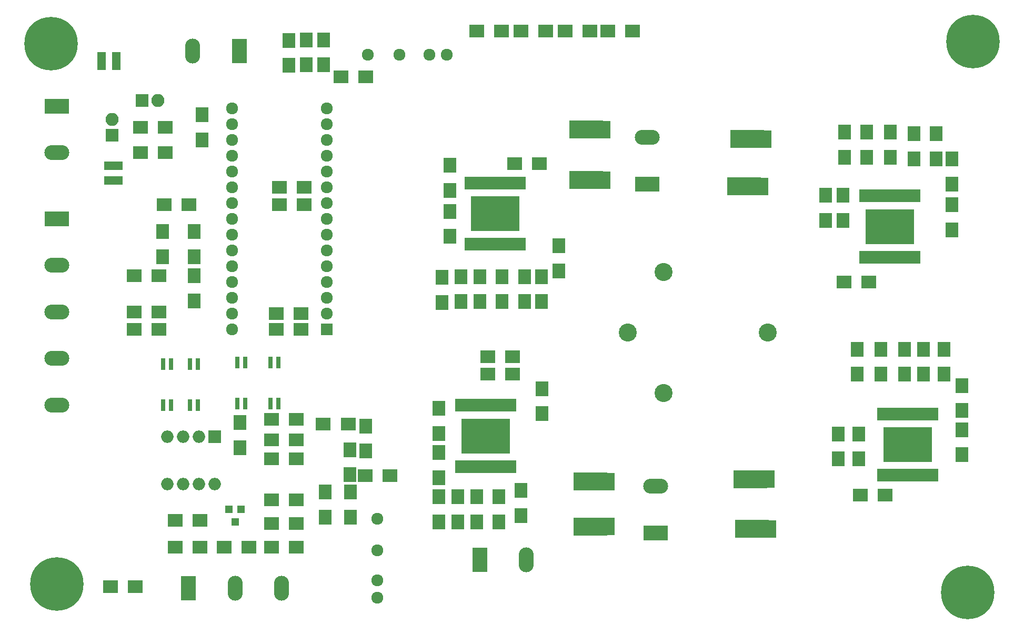
<source format=gbr>
G04 #@! TF.FileFunction,Soldermask,Top*
%FSLAX46Y46*%
G04 Gerber Fmt 4.6, Leading zero omitted, Abs format (unit mm)*
G04 Created by KiCad (PCBNEW 4.0.6) date 10/26/17 18:12:15*
%MOMM*%
%LPD*%
G01*
G04 APERTURE LIST*
%ADD10C,0.100000*%
%ADD11C,2.900000*%
%ADD12R,2.100000X2.400000*%
%ADD13R,1.924000X1.924000*%
%ADD14C,1.924000*%
%ADD15R,2.400000X2.000000*%
%ADD16R,2.000000X2.400000*%
%ADD17R,2.400000X2.100000*%
%ADD18R,2.400000X4.000000*%
%ADD19O,2.400000X4.000000*%
%ADD20R,4.000000X2.400000*%
%ADD21O,4.000000X2.400000*%
%ADD22R,1.000000X2.100000*%
%ADD23R,7.900000X5.600000*%
%ADD24C,1.100000*%
%ADD25R,2.000000X2.000000*%
%ADD26O,2.000000X2.000000*%
%ADD27R,1.400000X0.850000*%
%ADD28R,5.400000X2.850000*%
%ADD29R,0.800000X1.900000*%
%ADD30R,1.100000X1.400000*%
%ADD31R,1.400000X1.100000*%
%ADD32R,1.200000X1.300000*%
%ADD33C,8.600000*%
%ADD34R,2.100000X2.100000*%
%ADD35O,2.100000X2.100000*%
G04 APERTURE END LIST*
D10*
D11*
X133170000Y-64008000D03*
X110670000Y-64008000D03*
X116420000Y-73758000D03*
X116420000Y-54258000D03*
D12*
X156718000Y-32036000D03*
X156718000Y-36036000D03*
D13*
X62230000Y-63500000D03*
D14*
X62230000Y-60960000D03*
X62230000Y-58420000D03*
X62230000Y-55880000D03*
X62230000Y-53340000D03*
X62230000Y-50800000D03*
X62230000Y-48260000D03*
X62230000Y-45720000D03*
X62230000Y-43180000D03*
X62230000Y-40640000D03*
X62230000Y-38100000D03*
X62230000Y-35560000D03*
X62230000Y-33020000D03*
X62230000Y-30480000D03*
X62230000Y-27940000D03*
X46990000Y-27940000D03*
X46990000Y-30480000D03*
X46990000Y-33020000D03*
X46990000Y-35560000D03*
X46990000Y-38100000D03*
X46990000Y-40640000D03*
X46990000Y-43180000D03*
X46990000Y-45720000D03*
X46990000Y-48260000D03*
X46990000Y-50800000D03*
X46990000Y-53340000D03*
X46990000Y-55880000D03*
X46990000Y-58420000D03*
X46990000Y-60960000D03*
X46990000Y-63500000D03*
D15*
X35274000Y-60706000D03*
X31274000Y-60706000D03*
D16*
X42164000Y-32988000D03*
X42164000Y-28988000D03*
X149098000Y-35782000D03*
X149098000Y-31782000D03*
X142494000Y-41942000D03*
X142494000Y-45942000D03*
X145288000Y-41942000D03*
X145288000Y-45942000D03*
D15*
X35274000Y-54864000D03*
X31274000Y-54864000D03*
D16*
X152908000Y-35782000D03*
X152908000Y-31782000D03*
X61722000Y-20923000D03*
X61722000Y-16923000D03*
X90424000Y-55023000D03*
X90424000Y-59023000D03*
X99568000Y-50070000D03*
X99568000Y-54070000D03*
X96774000Y-55023000D03*
X96774000Y-59023000D03*
X86868000Y-55023000D03*
X86868000Y-59023000D03*
X94107000Y-59023000D03*
X94107000Y-55023000D03*
X151417000Y-70726000D03*
X151417000Y-66726000D03*
X144559000Y-80315000D03*
X144559000Y-84315000D03*
X147861000Y-80315000D03*
X147861000Y-84315000D03*
X155194000Y-70707000D03*
X155194000Y-66707000D03*
X147607000Y-66726000D03*
X147607000Y-70726000D03*
X65976500Y-86899500D03*
X65976500Y-82899500D03*
D15*
X68421500Y-87058500D03*
X72421500Y-87058500D03*
X53372000Y-98552000D03*
X57372000Y-98552000D03*
D16*
X89916000Y-90456000D03*
X89916000Y-94456000D03*
D15*
X92170000Y-67945000D03*
X88170000Y-67945000D03*
X41878000Y-94234000D03*
X37878000Y-94234000D03*
D16*
X96901000Y-73057000D03*
X96901000Y-77057000D03*
D15*
X53372000Y-94742000D03*
X57372000Y-94742000D03*
D16*
X86360000Y-90456000D03*
X86360000Y-94456000D03*
D15*
X41878000Y-98552000D03*
X37878000Y-98552000D03*
X31464000Y-104902000D03*
X27464000Y-104902000D03*
D16*
X93472000Y-93440000D03*
X93472000Y-89440000D03*
D12*
X162814000Y-40100000D03*
X162814000Y-36100000D03*
D17*
X90392000Y-15494000D03*
X86392000Y-15494000D03*
D12*
X82072500Y-44526500D03*
X82072500Y-48526500D03*
X80264000Y-83344000D03*
X80264000Y-87344000D03*
D17*
X65690500Y-78740000D03*
X61690500Y-78740000D03*
D18*
X86868000Y-100584000D03*
D19*
X94368000Y-100584000D03*
D20*
X18800000Y-27600000D03*
D21*
X18800000Y-35100000D03*
D17*
X64548000Y-22860000D03*
X68548000Y-22860000D03*
D12*
X66040000Y-89694000D03*
X66040000Y-93694000D03*
X162814000Y-43466000D03*
X162814000Y-47466000D03*
X160274000Y-32036000D03*
X160274000Y-36036000D03*
D17*
X145447000Y-55880000D03*
X149447000Y-55880000D03*
D12*
X56134000Y-16986500D03*
X56134000Y-20986500D03*
X82042000Y-41116000D03*
X82042000Y-37116000D03*
D17*
X93504000Y-15494000D03*
X97504000Y-15494000D03*
X100616000Y-15494000D03*
X104616000Y-15494000D03*
X107474000Y-15494000D03*
X111474000Y-15494000D03*
D12*
X80772000Y-59150000D03*
X80772000Y-55150000D03*
X83820000Y-59023000D03*
X83820000Y-55023000D03*
D17*
X96488000Y-36830000D03*
X92488000Y-36830000D03*
X31274000Y-63500000D03*
X35274000Y-63500000D03*
X32290000Y-30988000D03*
X36290000Y-30988000D03*
X32290000Y-35052000D03*
X36290000Y-35052000D03*
D12*
X164465000Y-79661000D03*
X164465000Y-83661000D03*
X161544000Y-66707000D03*
X161544000Y-70707000D03*
D17*
X54134000Y-60960000D03*
X58134000Y-60960000D03*
X58642000Y-43434000D03*
X54642000Y-43434000D03*
X58134000Y-63500000D03*
X54134000Y-63500000D03*
X54642000Y-40640000D03*
X58642000Y-40640000D03*
D12*
X158275000Y-66726000D03*
X158275000Y-70726000D03*
X40894000Y-54896000D03*
X40894000Y-58896000D03*
D17*
X148114000Y-90170000D03*
X152114000Y-90170000D03*
D12*
X35814000Y-47784000D03*
X35814000Y-51784000D03*
D17*
X57372000Y-77978000D03*
X53372000Y-77978000D03*
D12*
X48260000Y-78518000D03*
X48260000Y-82518000D03*
D17*
X57372000Y-84328000D03*
X53372000Y-84328000D03*
X57372000Y-81280000D03*
X53372000Y-81280000D03*
D12*
X80264000Y-80232000D03*
X80264000Y-76232000D03*
X68516500Y-79089500D03*
X68516500Y-83089500D03*
D17*
X45752000Y-98552000D03*
X49752000Y-98552000D03*
D12*
X61976000Y-89694000D03*
X61976000Y-93694000D03*
D17*
X53372000Y-90932000D03*
X57372000Y-90932000D03*
D12*
X80264000Y-94456000D03*
X80264000Y-90456000D03*
X83312000Y-94456000D03*
X83312000Y-90456000D03*
D17*
X92170000Y-70739000D03*
X88170000Y-70739000D03*
D14*
X81534000Y-19304000D03*
X78740000Y-19304000D03*
X73914000Y-19304000D03*
X68834000Y-19304000D03*
D22*
X148475000Y-51903500D03*
D23*
X152875000Y-46971000D03*
D22*
X149275000Y-51903500D03*
X150075000Y-51903500D03*
X150875000Y-51903500D03*
X151675000Y-51903500D03*
X152475000Y-51903500D03*
X153275000Y-51903500D03*
X154075000Y-51903500D03*
X154875000Y-51903500D03*
X155675000Y-51903500D03*
X156475000Y-51903500D03*
X157275000Y-51903500D03*
X157275000Y-42038500D03*
X156475000Y-42038500D03*
X155675000Y-42038500D03*
X154875000Y-42038500D03*
X154075000Y-42038500D03*
X153275000Y-42038500D03*
X152475000Y-42038500D03*
X151675000Y-42038500D03*
X150875000Y-42038500D03*
X150075000Y-42038500D03*
X149275000Y-42038500D03*
X148475000Y-42038500D03*
D24*
X151375000Y-48471000D03*
X151375000Y-46971000D03*
X151375000Y-45471000D03*
X152375000Y-48471000D03*
X152375000Y-46971000D03*
X152375000Y-45471000D03*
X153375000Y-48471000D03*
X153375000Y-46971000D03*
X153375000Y-45471000D03*
X154375000Y-48471000D03*
X154375000Y-46971000D03*
X154375000Y-45471000D03*
D22*
X93711500Y-39943000D03*
D23*
X89311500Y-44875500D03*
D22*
X92911500Y-39943000D03*
X92111500Y-39943000D03*
X91311500Y-39943000D03*
X90511500Y-39943000D03*
X89711500Y-39943000D03*
X88911500Y-39943000D03*
X88111500Y-39943000D03*
X87311500Y-39943000D03*
X86511500Y-39943000D03*
X85711500Y-39943000D03*
X84911500Y-39943000D03*
X84911500Y-49808000D03*
X85711500Y-49808000D03*
X86511500Y-49808000D03*
X87311500Y-49808000D03*
X88111500Y-49808000D03*
X88911500Y-49808000D03*
X89711500Y-49808000D03*
X90511500Y-49808000D03*
X91311500Y-49808000D03*
X92111500Y-49808000D03*
X92911500Y-49808000D03*
X93711500Y-49808000D03*
D24*
X90811500Y-43375500D03*
X90811500Y-44875500D03*
X90811500Y-46375500D03*
X89811500Y-43375500D03*
X89811500Y-44875500D03*
X89811500Y-46375500D03*
X88811500Y-43375500D03*
X88811500Y-44875500D03*
X88811500Y-46375500D03*
X87811500Y-43375500D03*
X87811500Y-44875500D03*
X87811500Y-46375500D03*
D22*
X151335000Y-86993500D03*
D23*
X155735000Y-82061000D03*
D22*
X152135000Y-86993500D03*
X152935000Y-86993500D03*
X153735000Y-86993500D03*
X154535000Y-86993500D03*
X155335000Y-86993500D03*
X156135000Y-86993500D03*
X156935000Y-86993500D03*
X157735000Y-86993500D03*
X158535000Y-86993500D03*
X159335000Y-86993500D03*
X160135000Y-86993500D03*
X160135000Y-77128500D03*
X159335000Y-77128500D03*
X158535000Y-77128500D03*
X157735000Y-77128500D03*
X156935000Y-77128500D03*
X156135000Y-77128500D03*
X155335000Y-77128500D03*
X154535000Y-77128500D03*
X153735000Y-77128500D03*
X152935000Y-77128500D03*
X152135000Y-77128500D03*
X151335000Y-77128500D03*
D24*
X154235000Y-83561000D03*
X154235000Y-82061000D03*
X154235000Y-80561000D03*
X155235000Y-83561000D03*
X155235000Y-82061000D03*
X155235000Y-80561000D03*
X156235000Y-83561000D03*
X156235000Y-82061000D03*
X156235000Y-80561000D03*
X157235000Y-83561000D03*
X157235000Y-82061000D03*
X157235000Y-80561000D03*
D14*
X70358000Y-106680000D03*
X70358000Y-103886000D03*
X70358000Y-99060000D03*
X70358000Y-93980000D03*
D25*
X44196000Y-80772000D03*
D26*
X36576000Y-88392000D03*
X41656000Y-80772000D03*
X39116000Y-88392000D03*
X39116000Y-80772000D03*
X41656000Y-88392000D03*
X36576000Y-80772000D03*
X44196000Y-88392000D03*
D22*
X92190000Y-75731500D03*
D23*
X87790000Y-80664000D03*
D22*
X91390000Y-75731500D03*
X90590000Y-75731500D03*
X89790000Y-75731500D03*
X88990000Y-75731500D03*
X88190000Y-75731500D03*
X87390000Y-75731500D03*
X86590000Y-75731500D03*
X85790000Y-75731500D03*
X84990000Y-75731500D03*
X84190000Y-75731500D03*
X83390000Y-75731500D03*
X83390000Y-85596500D03*
X84190000Y-85596500D03*
X84990000Y-85596500D03*
X85790000Y-85596500D03*
X86590000Y-85596500D03*
X87390000Y-85596500D03*
X88190000Y-85596500D03*
X88990000Y-85596500D03*
X89790000Y-85596500D03*
X90590000Y-85596500D03*
X91390000Y-85596500D03*
X92190000Y-85596500D03*
D24*
X89290000Y-79164000D03*
X89290000Y-80664000D03*
X89290000Y-82164000D03*
X88290000Y-79164000D03*
X88290000Y-80664000D03*
X88290000Y-82164000D03*
X87290000Y-79164000D03*
X87290000Y-80664000D03*
X87290000Y-82164000D03*
X86290000Y-79164000D03*
X86290000Y-80664000D03*
X86290000Y-82164000D03*
D27*
X132640000Y-40164000D03*
X132640000Y-39514000D03*
X132640000Y-40824000D03*
X132640000Y-41484000D03*
D28*
X129410000Y-40494000D03*
D27*
X107240000Y-39148000D03*
X107240000Y-38498000D03*
X107240000Y-39808000D03*
X107240000Y-40468000D03*
D28*
X104010000Y-39478000D03*
D27*
X133148000Y-32544000D03*
X133148000Y-31894000D03*
X133148000Y-33204000D03*
X133148000Y-33864000D03*
D28*
X129918000Y-32874000D03*
D27*
X107240000Y-31020000D03*
X107240000Y-30370000D03*
X107240000Y-31680000D03*
X107240000Y-32340000D03*
D28*
X104010000Y-31350000D03*
D27*
X133656000Y-87281000D03*
X133656000Y-86631000D03*
X133656000Y-87941000D03*
X133656000Y-88601000D03*
D28*
X130426000Y-87611000D03*
D27*
X107875000Y-87662000D03*
X107875000Y-87012000D03*
X107875000Y-88322000D03*
X107875000Y-88982000D03*
D28*
X104645000Y-87992000D03*
D27*
X133910000Y-95282000D03*
X133910000Y-94632000D03*
X133910000Y-95942000D03*
X133910000Y-96602000D03*
D28*
X130680000Y-95612000D03*
D27*
X107875000Y-94901000D03*
X107875000Y-94251000D03*
X107875000Y-95561000D03*
X107875000Y-96221000D03*
D28*
X104645000Y-95231000D03*
D29*
X53213000Y-75411000D03*
X54483000Y-75411000D03*
X54483000Y-68861000D03*
X53213000Y-68861000D03*
X47879000Y-75411000D03*
X49149000Y-75411000D03*
X49149000Y-68861000D03*
X47879000Y-68861000D03*
X41529000Y-69115000D03*
X40259000Y-69115000D03*
X40259000Y-75665000D03*
X41529000Y-75665000D03*
X37211000Y-69115000D03*
X35941000Y-69115000D03*
X35941000Y-75665000D03*
X37211000Y-75665000D03*
D16*
X145542000Y-31782000D03*
X145542000Y-35782000D03*
D12*
X58928000Y-16923000D03*
X58928000Y-20923000D03*
D30*
X26990000Y-39554000D03*
X27940000Y-39554000D03*
X28890000Y-39554000D03*
X28890000Y-37154000D03*
X27940000Y-37154000D03*
X26990000Y-37154000D03*
D31*
X28378000Y-21270000D03*
X28378000Y-20320000D03*
X28378000Y-19370000D03*
X25978000Y-19370000D03*
X25978000Y-20320000D03*
X25978000Y-21270000D03*
D12*
X164465000Y-76549000D03*
X164465000Y-72549000D03*
X40894000Y-51784000D03*
X40894000Y-47784000D03*
D17*
X36100000Y-43434000D03*
X40100000Y-43434000D03*
D32*
X48448000Y-92472000D03*
X46548000Y-92472000D03*
X47498000Y-94472000D03*
D33*
X165400000Y-105800000D03*
X17900000Y-17500000D03*
D20*
X113792000Y-40132000D03*
D21*
X113792000Y-32632000D03*
D33*
X166200000Y-17200000D03*
X18800000Y-104500000D03*
D20*
X18800000Y-45700000D03*
D21*
X18800000Y-53200000D03*
X18800000Y-60700000D03*
X18800000Y-68200000D03*
X18800000Y-75700000D03*
D18*
X48200000Y-18700000D03*
D19*
X40700000Y-18700000D03*
D34*
X27686000Y-32258000D03*
D35*
X27686000Y-29718000D03*
D20*
X115189000Y-96266000D03*
D21*
X115189000Y-88766000D03*
D18*
X40000000Y-105200000D03*
D19*
X47500000Y-105200000D03*
X55000000Y-105200000D03*
D34*
X32512000Y-26670000D03*
D35*
X35052000Y-26670000D03*
M02*

</source>
